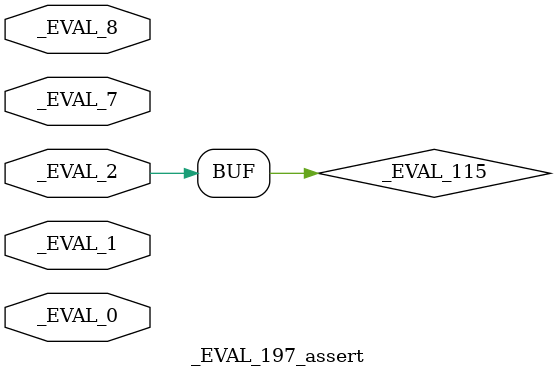
<source format=sv>
module _EVAL_197_assert(
  input   _EVAL_0,
  input   _EVAL_1,
  input   _EVAL_2,
  input   _EVAL_7,
  input   _EVAL_8
);
  wire  _EVAL_12;
  wire  _EVAL_17;
  wire  _EVAL_24;
  wire  _EVAL_39;
  wire  _EVAL_46;
  wire  _EVAL_47;
  wire  _EVAL_48;
  wire  _EVAL_63;
  wire  _EVAL_115;
  wire  _EVAL_135;
  wire  _EVAL_136;
  wire  _EVAL_150;
  assign _EVAL_63 = _EVAL_150 & _EVAL_39;
  assign _EVAL_12 = ~_EVAL_48;
  assign _EVAL_136 = ~_EVAL_24;
  assign _EVAL_135 = _EVAL_63 & _EVAL_12;
  assign _EVAL_24 = _EVAL_135 | _EVAL_115;
  assign _EVAL_47 = _EVAL_0 & _EVAL_7;
  assign _EVAL_46 = ~_EVAL_115;
  assign _EVAL_150 = ~_EVAL_17;
  assign _EVAL_48 = _EVAL_1 & _EVAL_7;
  assign _EVAL_39 = ~_EVAL_47;
  assign _EVAL_115 = _EVAL_2;
  assign _EVAL_17 = _EVAL_0 & _EVAL_1;
  always @(posedge _EVAL_8) begin
    `ifndef SYNTHESIS
    `ifdef PRINTF_COND
      if (`PRINTF_COND) begin
    `endif
        if (_EVAL_136) begin
          $fwrite(32'h80000002,"Obfuscated Simulation Output(66ca24a7)\n");
        end
    `ifdef PRINTF_COND
      end
    `endif
    `endif // SYNTHESIS
    `ifndef SYNTHESIS
    `ifdef PRINTF_COND
      if (`PRINTF_COND) begin
    `endif
        if (_EVAL_0 & _EVAL_46) begin
          $fwrite(32'h80000002,"Obfuscated Simulation Output(1646262a)\n");
        end
    `ifdef PRINTF_COND
      end
    `endif
    `endif // SYNTHESIS
    `ifndef SYNTHESIS
    `ifdef STOP_COND
      if (`STOP_COND) begin
    `endif
        if (_EVAL_136) begin
          $fatal;
        end
    `ifdef STOP_COND
      end
    `endif
    `endif // SYNTHESIS
    `ifndef SYNTHESIS
    `ifdef PRINTF_COND
      if (`PRINTF_COND) begin
    `endif
        if (_EVAL_0 & _EVAL_46) begin
          $fwrite(32'h80000002,"Obfuscated Simulation Output(b78a2954)\n");
        end
    `ifdef PRINTF_COND
      end
    `endif
    `endif // SYNTHESIS
  end

endmodule

</source>
